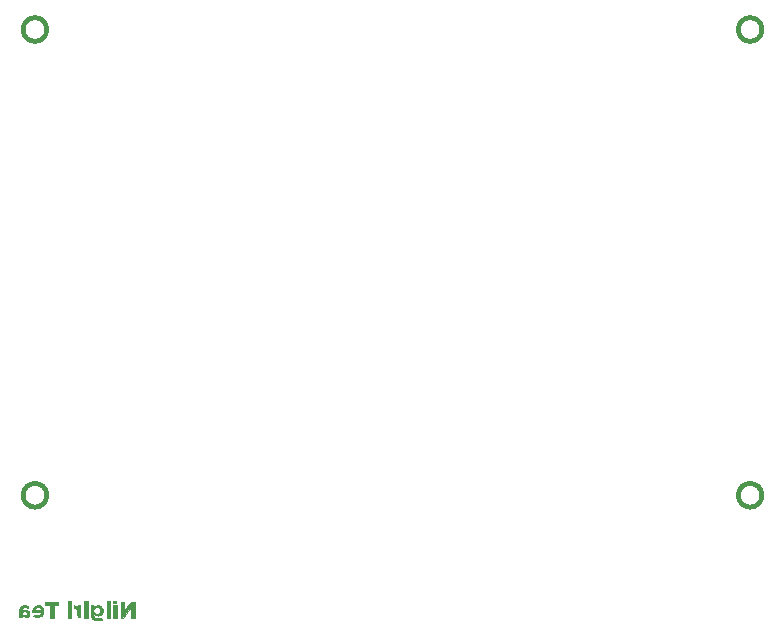
<source format=gbo>
G04 #@! TF.GenerationSoftware,KiCad,Pcbnew,(5.1.4-0-10_14)*
G04 #@! TF.CreationDate,2020-03-30T03:10:15+09:00*
G04 #@! TF.ProjectId,palette1202-PM-back,70616c65-7474-4653-9132-30322d504d2d,rev?*
G04 #@! TF.SameCoordinates,Original*
G04 #@! TF.FileFunction,Legend,Bot*
G04 #@! TF.FilePolarity,Positive*
%FSLAX46Y46*%
G04 Gerber Fmt 4.6, Leading zero omitted, Abs format (unit mm)*
G04 Created by KiCad (PCBNEW (5.1.4-0-10_14)) date 2020-03-30 03:10:15*
%MOMM*%
%LPD*%
G04 APERTURE LIST*
%ADD10C,0.400000*%
%ADD11C,0.100000*%
%ADD12C,0.010000*%
G04 APERTURE END LIST*
D10*
X103997000Y-110302800D02*
G75*
G03X103997000Y-110302800I-1000000J0D01*
G01*
X103997000Y-70866000D02*
G75*
G03X103997000Y-70866000I-1000000J0D01*
G01*
D11*
G36*
X101944800Y-120222000D02*
G01*
X101949965Y-120651616D01*
X101664800Y-120652000D01*
X101664800Y-120022000D01*
X101674800Y-119942000D01*
X101694800Y-119852000D01*
X101724800Y-119782000D01*
X101784800Y-119712000D01*
X101844800Y-119672000D01*
X101924800Y-119632000D01*
X102004800Y-119612000D01*
X102084800Y-119602000D01*
X102127904Y-119604135D01*
X102274800Y-119612000D01*
X102414800Y-119642000D01*
X102529775Y-119687334D01*
X102456394Y-119911437D01*
X102394800Y-119892000D01*
X102284800Y-119862000D01*
X102170279Y-119855455D01*
X102084800Y-119862000D01*
X102004800Y-119902000D01*
X101964800Y-119952000D01*
X101954800Y-119992000D01*
X101944800Y-120072000D01*
X101944800Y-120222000D01*
G37*
G36*
X101949965Y-120539478D02*
G01*
X101994800Y-120582000D01*
X102094800Y-120642000D01*
X102224800Y-120672000D01*
X102284800Y-120672000D01*
X102374800Y-120662000D01*
X102454800Y-120632000D01*
X102514800Y-120592000D01*
X102564800Y-120532000D01*
X102604800Y-120462000D01*
X102614800Y-120372000D01*
X102614800Y-120312000D01*
X102594800Y-120212000D01*
X102544800Y-120132000D01*
X102474800Y-120082000D01*
X102404800Y-120052000D01*
X102344800Y-120032000D01*
X102264800Y-120022000D01*
X102201285Y-120019613D01*
X102114800Y-120022000D01*
X102014800Y-120042000D01*
X101948070Y-120062160D01*
X101894800Y-120092000D01*
X101874800Y-120262000D01*
X101944281Y-120234243D01*
X102034800Y-120202000D01*
X102131694Y-120195486D01*
X102204800Y-120202000D01*
X102264800Y-120222000D01*
X102314800Y-120262000D01*
X102334800Y-120322000D01*
X102334800Y-120352000D01*
X102314800Y-120412000D01*
X102284800Y-120442000D01*
X102234800Y-120462000D01*
X102174241Y-120467993D01*
X102104800Y-120462000D01*
X102064800Y-120452000D01*
X102024800Y-120432000D01*
X102004800Y-120412000D01*
X101964800Y-120372000D01*
X101944800Y-120312000D01*
X101944281Y-120286436D01*
X101874800Y-120302000D01*
X101874800Y-120542000D01*
X101949965Y-120539478D01*
G37*
G36*
X103084800Y-119952000D02*
G01*
X103074800Y-119982000D01*
X103054800Y-120062000D01*
X102874800Y-119802000D01*
X102894800Y-119772000D01*
X103084800Y-119952000D01*
G37*
G36*
X103278911Y-119596556D02*
G01*
X103364800Y-119602000D01*
X103454800Y-119622000D01*
X103584800Y-119692000D01*
X103674800Y-119782000D01*
X103734800Y-119882000D01*
X103774800Y-119982000D01*
X103791024Y-120139503D01*
X103784800Y-120242000D01*
X103754800Y-120352000D01*
X103714800Y-120432000D01*
X103644800Y-120522000D01*
X103554800Y-120592000D01*
X103444800Y-120642000D01*
X103334800Y-120672000D01*
X103249972Y-120674871D01*
X103114800Y-120662000D01*
X103014800Y-120632000D01*
X102914800Y-120572000D01*
X102826742Y-120481601D01*
X102994863Y-120332773D01*
X103084800Y-120402000D01*
X103164800Y-120432000D01*
X103246010Y-120439054D01*
X103324800Y-120432000D01*
X103404800Y-120392000D01*
X103454800Y-120342000D01*
X103484800Y-120282000D01*
X103499225Y-120236138D01*
X102778338Y-120236138D01*
X102774800Y-120152000D01*
X102784800Y-120022000D01*
X102804800Y-119932000D01*
X102874800Y-119792000D01*
X103060492Y-120052514D01*
X103503014Y-120052514D01*
X103474800Y-119962000D01*
X103434800Y-119902000D01*
X103384800Y-119862000D01*
X103344800Y-119842000D01*
X103278911Y-119832200D01*
X103204800Y-119842000D01*
X103134800Y-119882000D01*
X103084800Y-119952000D01*
X102884800Y-119782000D01*
X102934800Y-119722000D01*
X103014800Y-119662000D01*
X103084800Y-119632000D01*
X103144800Y-119612000D01*
X103224800Y-119602000D01*
X103278911Y-119596556D01*
G37*
G36*
X104988130Y-119573301D02*
G01*
X104988130Y-119298900D01*
X103867269Y-119298900D01*
X103867269Y-119573301D01*
X104988130Y-119573301D01*
G37*
G36*
X104576441Y-119573301D02*
G01*
X104278785Y-119573301D01*
X104278785Y-120651616D01*
X104576441Y-120651616D01*
X104576441Y-119573301D01*
G37*
G36*
X106584800Y-119792000D02*
G01*
X106564800Y-119752000D01*
X106514800Y-119682000D01*
X106454800Y-119642000D01*
X106404800Y-119612000D01*
X106334800Y-119602000D01*
X106264800Y-119602000D01*
X106268156Y-119903686D01*
X106324800Y-119902000D01*
X106404800Y-119922000D01*
X106484800Y-119962000D01*
X106554800Y-120042000D01*
X106584800Y-120142000D01*
X106594800Y-120242000D01*
X106598713Y-120651616D01*
X106892407Y-120651616D01*
X106892407Y-119615848D01*
X106598713Y-119615848D01*
X106594800Y-119812000D01*
X106584800Y-119792000D01*
G37*
D12*
X106071613Y-119615848D02*
X105777747Y-119615848D01*
X105777747Y-119615848D02*
X105777747Y-120651616D01*
X105777747Y-120651616D02*
X106071613Y-120651616D01*
X106071613Y-120651616D02*
X106071613Y-119615848D01*
D11*
G36*
X106079192Y-119240850D02*
G01*
X105769995Y-119240850D01*
X105769995Y-119501816D01*
X106079192Y-119501816D01*
X106079192Y-119240850D01*
G37*
G36*
X106071613Y-119615848D02*
G01*
X105777747Y-119615848D01*
X105777747Y-120651616D01*
X106071613Y-120651616D01*
X106071613Y-119615848D01*
G37*
D12*
X107462226Y-119615848D02*
X107168360Y-119615848D01*
X107168360Y-119615848D02*
X107168360Y-120651616D01*
X107168360Y-120651616D02*
X107462226Y-120651616D01*
X107462226Y-120651616D02*
X107462226Y-119615848D01*
D11*
G36*
X107469805Y-119240850D02*
G01*
X107160608Y-119240850D01*
X107160608Y-119501816D01*
X107469805Y-119501816D01*
X107469805Y-119240850D01*
G37*
G36*
X107462226Y-119615848D02*
G01*
X107168360Y-119615848D01*
X107168360Y-120651616D01*
X107462226Y-120651616D01*
X107462226Y-119615848D01*
G37*
G36*
X108814800Y-120182000D02*
G01*
X108804800Y-120242000D01*
X108784800Y-120302000D01*
X108744800Y-120372000D01*
X108704800Y-120422000D01*
X108654800Y-120472000D01*
X108604800Y-120502000D01*
X108524800Y-120542000D01*
X108424800Y-120562000D01*
X108365702Y-120566522D01*
X108294800Y-120562000D01*
X108214800Y-120542000D01*
X108134800Y-120502000D01*
X108084800Y-120462000D01*
X108014800Y-120392000D01*
X108044800Y-120182000D01*
X108094800Y-120252000D01*
X108154800Y-120292000D01*
X108204800Y-120312000D01*
X108264800Y-120322000D01*
X108364800Y-120312000D01*
X108444800Y-120272000D01*
X108494800Y-120212000D01*
X108524800Y-120162000D01*
X108534800Y-120122000D01*
X108814800Y-120182000D01*
G37*
G36*
X108024800Y-120082000D02*
G01*
X108034800Y-120002000D01*
X108074800Y-119932000D01*
X108124800Y-119882000D01*
X108184800Y-119852000D01*
X108244800Y-119842000D01*
X108280780Y-119839952D01*
X108364800Y-119852000D01*
X108434800Y-119882000D01*
X108474800Y-119922000D01*
X108504800Y-119972000D01*
X108524800Y-120022000D01*
X108531928Y-120083520D01*
X108524800Y-120132000D01*
X108814800Y-120182000D01*
X108824800Y-120122000D01*
X108825622Y-120083520D01*
X108824800Y-120012000D01*
X108804800Y-119922000D01*
X108764800Y-119822000D01*
X108704800Y-119742000D01*
X108654800Y-119692000D01*
X108594800Y-119652000D01*
X108524800Y-119622000D01*
X108444800Y-119602000D01*
X108365702Y-119596556D01*
X108284800Y-119602000D01*
X108234800Y-119612000D01*
X108164800Y-119642000D01*
X108114800Y-119672000D01*
X108054800Y-119722000D01*
X108024800Y-119752000D01*
X108024800Y-119612000D01*
X107734800Y-119612000D01*
X107734800Y-120432000D01*
X107744800Y-120562000D01*
X107764800Y-120662000D01*
X107784800Y-120712000D01*
X107804800Y-120742000D01*
X107844800Y-120812000D01*
X107914800Y-120872000D01*
X107954800Y-120892000D01*
X108014800Y-120922000D01*
X108074800Y-120942000D01*
X108134800Y-120952000D01*
X108224800Y-120962000D01*
X108315576Y-120964603D01*
X108394800Y-120962000D01*
X108484800Y-120952000D01*
X108554800Y-120942000D01*
X108654800Y-120912000D01*
X108724800Y-120882000D01*
X108773429Y-120856427D01*
X108673005Y-120636113D01*
X108604800Y-120672000D01*
X108554800Y-120692000D01*
X108484800Y-120712000D01*
X108424800Y-120722000D01*
X108323155Y-120730853D01*
X108224800Y-120722000D01*
X108164800Y-120702000D01*
X108104800Y-120662000D01*
X108064800Y-120612000D01*
X108044800Y-120562000D01*
X108024800Y-120482000D01*
X108027566Y-120398402D01*
X108054800Y-120202000D01*
X108034800Y-120152000D01*
X108024800Y-120082000D01*
G37*
G36*
X109349104Y-120651616D02*
G01*
X109055238Y-120651616D01*
X109055238Y-119240850D01*
X109349104Y-119240850D01*
X109349104Y-120651616D01*
G37*
G36*
X109932359Y-119615848D02*
G01*
X109638493Y-119615848D01*
X109638493Y-120651616D01*
X109932359Y-120651616D01*
X109932359Y-119615848D01*
G37*
G36*
X109939938Y-119240850D02*
G01*
X109630741Y-119240850D01*
X109630741Y-119501816D01*
X109939938Y-119501816D01*
X109939938Y-119240850D01*
G37*
G36*
X111440794Y-119298900D02*
G01*
X111166392Y-119298900D01*
X110532495Y-120131751D01*
X110532495Y-119298900D01*
X110238800Y-119298900D01*
X110238800Y-120651616D01*
X110491843Y-120651616D01*
X111146928Y-119791720D01*
X111146928Y-120651616D01*
X111440794Y-120651616D01*
X111440794Y-119298900D01*
G37*
D12*
X104576441Y-120651616D02*
X104576441Y-119573301D01*
X104278785Y-120651616D02*
X104576441Y-120651616D01*
X104278785Y-119573301D02*
X104278785Y-120651616D01*
X103867269Y-119573301D02*
X104278785Y-119573301D01*
X103867269Y-119298900D02*
X103867269Y-119573301D01*
X104988130Y-119298900D02*
X103867269Y-119298900D01*
X104988130Y-119573301D02*
X104988130Y-119298900D01*
X104576441Y-119573301D02*
X104988130Y-119573301D01*
X106071613Y-120651616D02*
X106071613Y-119615848D01*
X105777746Y-120651616D02*
X106071613Y-120651616D01*
X105777746Y-119615848D02*
X105777746Y-120651616D01*
X106071613Y-119615848D02*
X105777746Y-119615848D01*
X106079192Y-119501816D02*
X106079192Y-119240850D01*
X105769995Y-119501816D02*
X106079192Y-119501816D01*
X105769995Y-119240850D02*
X105769995Y-119501816D01*
X106079192Y-119240850D02*
X105769995Y-119240850D01*
X111440794Y-120651616D02*
X111440794Y-119298900D01*
X110532495Y-119298900D02*
X110238800Y-119298900D01*
X111166392Y-119298900D02*
X110532495Y-120131751D01*
X111440794Y-119298900D02*
X111166392Y-119298900D01*
X107168359Y-119615848D02*
X107168359Y-120651616D01*
X107462226Y-119615848D02*
X107168359Y-119615848D01*
X107469805Y-119501816D02*
X107469805Y-119240850D01*
X107160608Y-119501816D02*
X107469805Y-119501816D01*
X107160608Y-119240850D02*
X107160608Y-119501816D01*
X107469805Y-119240850D02*
X107160608Y-119240850D01*
X109349104Y-120651616D02*
X109349104Y-119240850D01*
X109055238Y-120651616D02*
X109349104Y-120651616D01*
X109055238Y-119240850D02*
X109055238Y-120651616D01*
X109349104Y-119240850D02*
X109055238Y-119240850D01*
X109932359Y-120651616D02*
X109932359Y-119615848D01*
X109638493Y-120651616D02*
X109932359Y-120651616D01*
X109638493Y-119615848D02*
X109638493Y-120651616D01*
X109932359Y-119615848D02*
X109638493Y-119615848D01*
X111146928Y-120651616D02*
X111440794Y-120651616D01*
X111146928Y-119791720D02*
X111146928Y-120651616D01*
X107462226Y-120651616D02*
X107462226Y-119615848D01*
X107168359Y-120651616D02*
X107462226Y-120651616D01*
X110238800Y-120651616D02*
X110491843Y-120651616D01*
X110532495Y-120131751D02*
X110532495Y-119298900D01*
X110491843Y-120651616D02*
X111146928Y-119791720D01*
X110238800Y-119298900D02*
X110238800Y-120651616D01*
D10*
X164547300Y-110302800D02*
G75*
G03X164547300Y-110302800I-1000000J0D01*
G01*
X164547300Y-70866000D02*
G75*
G03X164547300Y-70866000I-1000000J0D01*
G01*
M02*

</source>
